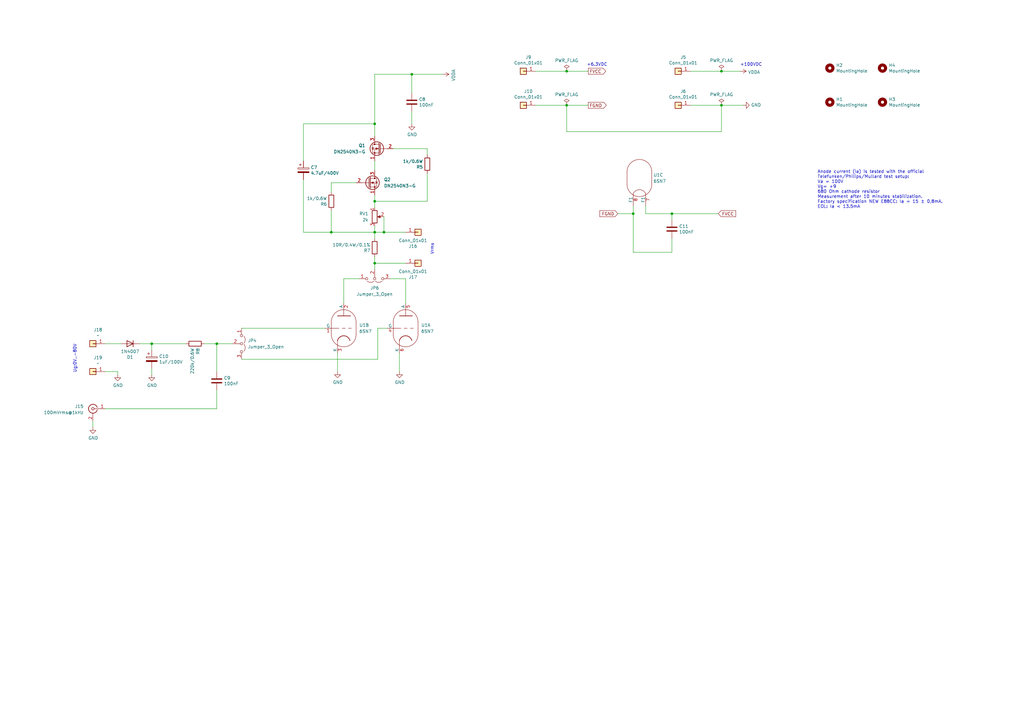
<source format=kicad_sch>
(kicad_sch (version 20231120) (generator "eeschema") (generator_version "8.0")
  (paper "A3")
  (title_block (title "GM Test Setup 6SN7") (date "2024-08-07") (rev "V1"))
  (lib_symbols
    (symbol "Connector:Conn_Coaxial" (pin_names (offset 1.016) hide)
      (property "Reference" "J" (at 0.254 3.048 0))
      (property "Value" "Conn_Coaxial" (at 2.921 0 90))
      (symbol "Conn_Coaxial_0_1"
        (arc (start -1.778 -0.508) (mid 0.2311 -1.8066) (end 1.778 0) (stroke (width 0.254)))
        (polyline (pts (xy -2.54 0) (xy -0.508 0)))
        (polyline (pts (xy 0 -2.54) (xy 0 -1.778)))
        (circle (center 0 0) (radius 0.508) (stroke (width 0.2032)))
        (arc (start 1.778 0) (mid 0.2099 1.8101) (end -1.778 0.508) (stroke (width 0.254)))
      )
      (symbol "Conn_Coaxial_1_1"
        (pin passive line (at -5.08 0 0) (length 2.54) (name "In") (number "1"))
        (pin passive line (at 0 -5.08 90) (length 2.54) (name "Ext") (number "2"))
      )
    )
    (symbol "Connector_Generic:Conn_01x01" (pin_names (offset 1.016) hide)
      (property "Reference" "J" (at 0 2.54 0))
      (property "Value" "Conn_01x01" (at 0 -2.54 0))
      (symbol "Conn_01x01_1_1"
        (rectangle (start -1.27 0.127) (end 0 -0.127) (stroke (width 0.1524)))
        (rectangle (start -1.27 1.27) (end 1.27 -1.27) (stroke (width 0.254)) (fill (type background)))
        (pin passive line (at -5.08 0 0) (length 3.81) (name "Pin_1") (number "1"))
      )
    )
    (symbol "Device:C" (pin_numbers hide) (pin_names (offset 0.254))
      (property "Reference" "C" (at 0.635 2.54 0))
      (property "Value" "C" (at 0.635 -2.54 0))
      (symbol "C_0_1"
        (polyline (pts (xy -2.032 -0.762) (xy 2.032 -0.762)) (stroke (width 0.508)))
        (polyline (pts (xy -2.032 0.762) (xy 2.032 0.762)) (stroke (width 0.508)))
      )
      (symbol "C_1_1"
        (pin passive line (at 0 3.81 270) (length 2.794) (name "~") (number "1"))
        (pin passive line (at 0 -3.81 90) (length 2.794) (name "~") (number "2"))
      )
    )
    (symbol "Device:C_Polarized" (pin_numbers hide) (pin_names (offset 0.254))
      (property "Reference" "C" (at 0.635 2.54 0))
      (property "Value" "C_Polarized" (at 0.635 -2.54 0))
      (symbol "C_Polarized_0_1"
        (rectangle (start -2.286 0.508) (end 2.286 1.016))
        (polyline (pts (xy -1.778 2.286) (xy -0.762 2.286)))
        (polyline (pts (xy -1.27 2.794) (xy -1.27 1.778)))
        (rectangle (start 2.286 -0.508) (end -2.286 -1.016) (fill (type outline)))
      )
      (symbol "C_Polarized_1_1"
        (pin passive line (at 0 3.81 270) (length 2.794) (name "~") (number "1"))
        (pin passive line (at 0 -3.81 90) (length 2.794) (name "~") (number "2"))
      )
    )
    (symbol "Device:R" (pin_numbers hide) (pin_names (offset 0))
      (property "Reference" "R" (at 2.032 0 90))
      (property "Value" "R" (at 0 0 90))
      (symbol "R_0_1"
        (rectangle (start -1.016 -2.54) (end 1.016 2.54) (stroke (width 0.254)))
      )
      (symbol "R_1_1"
        (pin passive line (at 0 3.81 270) (length 1.27) (name "~") (number "1"))
        (pin passive line (at 0 -3.81 90) (length 1.27) (name "~") (number "2"))
      )
    )
    (symbol "Device:R_Potentiometer" (pin_names (offset 1.016) hide)
      (property "Reference" "RV" (at -4.445 0 90))
      (property "Value" "R_Potentiometer" (at -2.54 0 90))
      (symbol "R_Potentiometer_0_1"
        (polyline (pts (xy 2.54 0) (xy 1.524 0)))
        (polyline (pts (xy 1.143 0) (xy 2.286 0.508) (xy 2.286 -0.508) (xy 1.143 0)) (fill (type outline)))
        (rectangle (start 1.016 2.54) (end -1.016 -2.54) (stroke (width 0.254)))
      )
      (symbol "R_Potentiometer_1_1"
        (pin passive line (at 0 3.81 270) (length 1.27) (name "1") (number "1"))
        (pin passive line (at 3.81 0 180) (length 1.27) (name "2") (number "2"))
        (pin passive line (at 0 -3.81 90) (length 1.27) (name "3") (number "3"))
      )
    )
    (symbol "Diode:1N4007" (pin_numbers hide) (pin_names hide)
      (property "Reference" "D" (at 0 2.54 0))
      (property "Value" "1N4007" (at 0 -2.54 0))
      (symbol "1N4007_0_1"
        (polyline (pts (xy -1.27 1.27) (xy -1.27 -1.27)) (stroke (width 0.254)))
        (polyline (pts (xy 1.27 0) (xy -1.27 0)))
        (polyline (pts (xy 1.27 1.27) (xy 1.27 -1.27) (xy -1.27 0) (xy 1.27 1.27)) (stroke (width 0.254)))
      )
      (symbol "1N4007_1_1"
        (pin passive line (at -3.81 0 0) (length 2.54) (name "K") (number "1"))
        (pin passive line (at 3.81 0 180) (length 2.54) (name "A") (number "2"))
      )
    )
    (symbol "Jumper:Jumper_3_Open" (pin_names (offset 0) hide) (exclude_from_sim yes) (in_bom no)
      (property "Reference" "JP" (at -2.54 -2.54 0))
      (property "Value" "Jumper_3_Open" (at 0 2.794 0))
      (symbol "Jumper_3_Open_0_0"
        (circle (center -3.302 0) (radius 0.508))
        (circle (center 0 0) (radius 0.508))
        (circle (center 3.302 0) (radius 0.508))
      )
      (symbol "Jumper_3_Open_0_1"
        (arc (start -0.254 1.016) (mid -1.651 1.4992) (end -3.048 1.016))
        (polyline (pts (xy 0 -0.508) (xy 0 -1.27)))
        (arc (start 3.048 1.016) (mid 1.651 1.4992) (end 0.254 1.016))
      )
      (symbol "Jumper_3_Open_1_1"
        (pin passive line (at -6.35 0 0) (length 2.54) (name "A") (number "1"))
        (pin passive line (at 0 -3.81 90) (length 2.54) (name "C") (number "2"))
        (pin passive line (at 6.35 0 180) (length 2.54) (name "B") (number "3"))
      )
    )
    (symbol "Mechanical:MountingHole" (pin_names (offset 1.016))
      (property "Reference" "H" (at 0 5.08 0))
      (property "Value" "MountingHole" (at 0 3.175 0))
      (symbol "MountingHole_0_1"
        (circle (center 0 0) (radius 1.27) (stroke (width 1.27)))
      )
    )
    (symbol "Transistor_FET_Other:DN2540N3-G" (pin_names (offset 0) hide)
      (property "Reference" "Q" (at 5.08 1.905 0))
      (property "Value" "DN2540N3-G" (at 5.08 0 0))
      (symbol "DN2540N3-G_0_1"
        (polyline (pts (xy 0.254 0) (xy -2.54 0)))
        (polyline (pts (xy 0.254 1.905) (xy 0.254 -1.905)) (stroke (width 0.254)))
        (polyline (pts (xy 0.762 2.286) (xy 0.762 -2.286)) (stroke (width 0.254)))
        (polyline (pts (xy 2.54 2.54) (xy 2.54 1.778)))
        (polyline (pts (xy 2.54 -2.54) (xy 2.54 0) (xy 0.762 0)))
        (polyline (pts (xy 0.762 -1.778) (xy 3.302 -1.778) (xy 3.302 1.778) (xy 0.762 1.778)))
        (polyline (pts (xy 1.016 0) (xy 2.032 0.381) (xy 2.032 -0.381) (xy 1.016 0)) (fill (type outline)))
        (polyline (pts (xy 2.794 0.508) (xy 2.921 0.381) (xy 3.683 0.381) (xy 3.81 0.254)))
        (polyline (pts (xy 3.302 0.381) (xy 2.921 -0.254) (xy 3.683 -0.254) (xy 3.302 0.381)))
        (circle (center 1.651 0) (radius 2.794) (stroke (width 0.254)))
        (circle (center 2.54 -1.778) (radius 0.254) (fill (type outline)))
        (circle (center 2.54 1.778) (radius 0.254) (fill (type outline)))
      )
      (symbol "DN2540N3-G_1_1"
        (pin passive line (at 2.54 -5.08 90) (length 2.54) (name "S") (number "1"))
        (pin input line (at -5.08 0 0) (length 2.54) (name "G") (number "2"))
        (pin passive line (at 2.54 5.08 270) (length 2.54) (name "D") (number "3"))
      )
    )
    (symbol "kicad-snk:6SN7" (pin_names (offset 0))
      (property "Reference" "U" (at 3.302 7.874 0))
      (property "Value" "6SN7" (at 8.89 -7.62 0))
      (symbol "6SN7_0_1"
        (arc (start -5.08 -2.54) (mid 0 -7.5979) (end 5.08 -2.54))
        (polyline (pts (xy 5.08 2.54) (xy 5.08 -2.54)))
        (polyline (pts (xy -5.08 2.54) (xy -5.08 -2.54) (xy -5.08 -2.54)))
        (arc (start 5.08 2.54) (mid 0 7.5979) (end -5.08 2.54))
      )
      (symbol "6SN7_1_0"
        (polyline (pts (xy -2.54 -5.08) (xy -2.54 -7.62)))
        (polyline (pts (xy 0 5.08) (xy 0 7.62)))
      )
      (symbol "6SN7_1_1"
        (polyline (pts (xy -5.08 0) (xy -3.175 0)))
        (polyline (pts (xy -1.905 0) (xy -3.175 0)) (stroke (width 0.1524)))
        (polyline (pts (xy -0.635 0) (xy 0.635 0)) (stroke (width 0.1524)))
        (polyline (pts (xy 1.905 0) (xy 3.175 0)) (stroke (width 0.1524)))
        (polyline (pts (xy -2.54 5.08) (xy 2.794 5.08) (xy 2.794 5.08)) (stroke (width 0.254)))
        (arc (start 2.54 -5.08) (mid 0 -3.0968) (end -2.54 -5.08) (stroke (width 0.254)))
        (pin input line (at -7.62 0 0) (length 2.54) (name "G") (number "4"))
        (pin output line (at 0 10.16 270) (length 2.54) (name "A") (number "5"))
        (pin bidirectional line (at -2.54 -10.16 90) (length 2.54) (name "K") (number "6"))
      )
      (symbol "6SN7_2_0"
        (polyline (pts (xy -2.54 -5.08) (xy -2.54 -7.62)))
        (polyline (pts (xy 0 5.08) (xy 0 7.62)))
      )
      (symbol "6SN7_2_1"
        (polyline (pts (xy -5.08 0) (xy -3.175 0)))
        (polyline (pts (xy -1.905 0) (xy -3.175 0)) (stroke (width 0.1524)))
        (polyline (pts (xy -0.635 0) (xy 0.635 0)) (stroke (width 0.1524)))
        (polyline (pts (xy 1.905 0) (xy 3.175 0)) (stroke (width 0.1524)))
        (polyline (pts (xy -2.54 5.08) (xy 2.794 5.08) (xy 2.794 5.08)) (stroke (width 0.254)))
        (arc (start 2.54 -5.08) (mid 0 -3.0968) (end -2.54 -5.08) (stroke (width 0.254)))
        (pin input line (at -7.62 0 0) (length 2.54) (name "G") (number "1"))
        (pin output line (at 0 10.16 270) (length 2.54) (name "A") (number "2"))
        (pin bidirectional line (at -2.54 -10.16 90) (length 2.54) (name "K") (number "3"))
      )
      (symbol "6SN7_3_1"
        (arc (start 2.54 -6.35) (mid 0 -4.7847) (end -2.54 -6.35))
        (pin power_in line (at 2.54 -11.43 90) (length 5.08) (name "F1") (number "7"))
        (pin power_in line (at -2.54 -11.43 90) (length 5.08) (name "F1") (number "8"))
      )
    )
    (symbol "power:GND" (power) (pin_names (offset 0))
      (property "Value" "GND" (at 0 -3.81 0))
      (symbol "GND_0_1"
        (polyline (pts (xy 0 0) (xy 0 -1.27) (xy 1.27 -1.27) (xy 0 -2.54) (xy -1.27 -1.27) (xy 0 -1.27)))
      )
      (symbol "GND_1_1"
        (pin power_in line (at 0 0 270) (length 0) hide (name "GND") (number "1"))
      )
    )
    (symbol "power:PWR_FLAG" (power) (pin_numbers hide) (pin_names (offset 0) hide)
      (property "Value" "PWR_FLAG" (at 0 3.81 0))
      (symbol "PWR_FLAG_0_0"
        (pin power_out line (at 0 0 90) (length 0) (name "pwr") (number "1"))
      )
      (symbol "PWR_FLAG_0_1"
        (polyline (pts (xy 0 0) (xy 0 1.27) (xy -1.016 1.905) (xy 0 2.54) (xy 1.016 1.905) (xy 0 1.27)))
      )
    )
    (symbol "power:VDDA" (power) (pin_names (offset 0))
      (property "Value" "VDDA" (at 0 3.81 0))
      (symbol "VDDA_0_1"
        (polyline (pts (xy -0.762 1.27) (xy 0 2.54)))
        (polyline (pts (xy 0 0) (xy 0 2.54)))
        (polyline (pts (xy 0 2.54) (xy 0.762 1.27)))
      )
      (symbol "VDDA_1_1"
        (pin power_in line (at 0 0 90) (length 0) hide (name "VDDA") (number "1"))
      )
    )
  )
  (junction (at 153.67 95.25))
  (junction (at 62.23 140.97))
  (junction (at 259.715 87.63))
  (junction (at 295.91 43.18))
  (junction (at 275.59 87.63))
  (junction (at 232.41 43.18))
  (junction (at 295.91 29.21))
  (junction (at 88.9 140.97))
  (junction (at 153.67 50.8))
  (junction (at 153.67 82.55))
  (junction (at 168.91 30.48))
  (junction (at 232.41 29.21))
  (junction (at 153.67 107.95))
  (junction (at 135.89 95.25))
  (junction (at 157.48 95.25))
  (wire (pts (xy 160.02 114.3) (xy 166.37 114.3)))
  (wire (pts (xy 232.41 53.975) (xy 232.41 43.18)))
  (wire (pts (xy 232.41 53.975) (xy 295.91 53.975)))
  (wire (pts (xy 158.75 134.62) (xy 154.94 134.62)))
  (wire (pts (xy 124.46 50.8) (xy 124.46 66.04)))
  (wire (pts (xy 153.67 80.01) (xy 153.67 82.55)))
  (wire (pts (xy 153.67 50.8) (xy 153.67 30.48)))
  (wire (pts (xy 153.67 66.04) (xy 153.67 69.85)))
  (wire (pts (xy 153.67 107.95) (xy 153.67 110.49)))
  (wire (pts (xy 168.91 38.1) (xy 168.91 30.48)))
  (wire (pts (xy 153.67 82.55) (xy 175.26 82.55)))
  (wire (pts (xy 275.59 97.79) (xy 275.59 103.505)))
  (wire (pts (xy 48.26 152.4) (xy 48.26 153.67)))
  (wire (pts (xy 99.06 134.62) (xy 133.35 134.62)))
  (wire (pts (xy 138.43 144.78) (xy 138.43 152.4)))
  (wire (pts (xy 168.91 30.48) (xy 181.61 30.48)))
  (wire (pts (xy -133.35 114.3) (xy -116.84 114.3)))
  (wire (pts (xy 43.18 140.97) (xy 49.53 140.97)))
  (wire (pts (xy 275.59 87.63) (xy 294.64 87.63)))
  (wire (pts (xy 135.89 95.25) (xy 135.89 86.36)))
  (wire (pts (xy 219.71 43.18) (xy 232.41 43.18)))
  (wire (pts (xy 38.1 172.72) (xy 38.1 175.26)))
  (wire (pts (xy 259.715 87.63) (xy 259.715 103.505)))
  (wire (pts (xy 295.91 29.21) (xy 283.21 29.21)))
  (wire (pts (xy 83.82 140.97) (xy 88.9 140.97)))
  (wire (pts (xy 140.97 114.3) (xy 140.97 124.46)))
  (wire (pts (xy 303.53 29.21) (xy 295.91 29.21)))
  (wire (pts (xy 57.15 140.97) (xy 62.23 140.97)))
  (wire (pts (xy 275.59 87.63) (xy 275.59 90.17)))
  (wire (pts (xy 153.67 55.88) (xy 153.67 50.8)))
  (wire (pts (xy 153.67 30.48) (xy 168.91 30.48)))
  (wire (pts (xy 88.9 140.97) (xy 88.9 152.4)))
  (wire (pts (xy 264.795 87.63) (xy 264.795 84.455)))
  (wire (pts (xy 62.23 140.97) (xy 62.23 143.51)))
  (wire (pts (xy 135.89 74.93) (xy 146.05 74.93)))
  (wire (pts (xy 153.67 105.41) (xy 153.67 107.95)))
  (wire (pts (xy 157.48 95.25) (xy 166.37 95.25)))
  (wire (pts (xy 153.67 92.71) (xy 153.67 95.25)))
  (wire (pts (xy -111.76 124.46) (xy -111.76 147.32)))
  (wire (pts (xy 153.67 95.25) (xy 157.48 95.25)))
  (wire (pts (xy 283.21 43.18) (xy 295.91 43.18)))
  (wire (pts (xy 232.41 29.21) (xy 241.3 29.21)))
  (wire (pts (xy 62.23 151.13) (xy 62.23 153.67)))
  (wire (pts (xy 163.83 144.78) (xy 163.83 152.4)))
  (wire (pts (xy 295.91 43.18) (xy 304.8 43.18)))
  (wire (pts (xy 175.26 82.55) (xy 175.26 71.12)))
  (wire (pts (xy 124.46 95.25) (xy 124.46 73.66)))
  (wire (pts (xy 88.9 140.97) (xy 95.25 140.97)))
  (wire (pts (xy 259.715 103.505) (xy 275.59 103.505)))
  (wire (pts (xy 264.795 87.63) (xy 275.59 87.63)))
  (wire (pts (xy 168.91 50.8) (xy 168.91 45.72)))
  (wire (pts (xy 48.26 152.4) (xy 43.18 152.4)))
  (wire (pts (xy 232.41 29.21) (xy 219.71 29.21)))
  (wire (pts (xy 135.89 95.25) (xy 124.46 95.25)))
  (wire (pts (xy 232.41 43.18) (xy 241.3 43.18)))
  (wire (pts (xy 259.715 87.63) (xy 259.715 84.455)))
  (wire (pts (xy 161.29 60.96) (xy 175.26 60.96)))
  (wire (pts (xy 295.91 53.975) (xy 295.91 43.18)))
  (wire (pts (xy 99.06 147.32) (xy 154.94 147.32)))
  (wire (pts (xy 76.2 140.97) (xy 62.23 140.97)))
  (wire (pts (xy 88.9 167.64) (xy 88.9 160.02)))
  (wire (pts (xy 147.32 114.3) (xy 140.97 114.3)))
  (wire (pts (xy 166.37 114.3) (xy 166.37 124.46)))
  (wire (pts (xy 135.89 78.74) (xy 135.89 74.93)))
  (wire (pts (xy 153.67 107.95) (xy 166.37 107.95)))
  (wire (pts (xy 253.365 87.63) (xy 259.715 87.63)))
  (wire (pts (xy 154.94 147.32) (xy 154.94 134.62)))
  (wire (pts (xy 175.26 60.96) (xy 175.26 63.5)))
  (wire (pts (xy 153.67 95.25) (xy 153.67 97.79)))
  (wire (pts (xy -109.22 98.425) (xy -109.22 104.14)))
  (wire (pts (xy 43.18 167.64) (xy 88.9 167.64)))
  (wire (pts (xy 157.48 88.9) (xy 157.48 95.25)))
  (wire (pts (xy 153.67 95.25) (xy 135.89 95.25)))
  (wire (pts (xy 153.67 50.8) (xy 124.46 50.8)))
  (wire (pts (xy 153.67 82.55) (xy 153.67 85.09)))
  (text "+6.3VDC" (at 240.665 27.305 0) (effects (font (size 1.27 1.27)) (justify left bottom)))
  (text "Anode current (Ia) is tested with the official\nTelefunken/Philips/Mullard test setup: \nVa = 100V\nVg= +9\n680 Ohm cathode resistor\nMeasurement after 10 minutes stabilization. \nFactory specification NEW E88CC: Ia = 15 ± 0,8mA.\nEOL: Ia < 13.5mA\n\n" (at 335.28 87.63 0) (effects (font (size 1.27 1.27)) (justify left bottom)))
  (text "+100VDC" (at 303.53 27.305 0) (effects (font (size 1.27 1.27)) (justify left bottom)))
  (text "Vrms" (at 177.292 102.108 90) (effects (font (size 1.27 1.27))))
  (text "Ug:0V..-80V" (at 30.734 147.066 90) (effects (font (size 1.27 1.27))))
  (global_label "FGND" (shape output) (at 241.3 43.18 0) (property "Intersheetrefs" "${INTERSHEET_REFS}" (effects (hide yes))))
  (global_label "FVCC" (shape output) (at 241.3 29.21 0) (property "Intersheetrefs" "${INTERSHEET_REFS}" (effects (hide yes))))
  (global_label "FGND" (shape input) (at 253.365 87.63 180) (property "Intersheetrefs" "${INTERSHEET_REFS}" (effects (hide yes))))
  (global_label "FVCC" (shape input) (at 294.64 87.63 0) (property "Intersheetrefs" "${INTERSHEET_REFS}" (effects (hide yes))))
  (symbol (lib_id "Connector_Generic:Conn_01x01") (at 278.13 29.21 180) (unit 1)
    (property "Reference" "J5" (at 280.2128 23.495 0))
    (property "Value" "Conn_01x01" (at 280.2128 25.8064 0))
    (property "Footprint" "Connector_Pin:Pin_D1.3mm_L11.0mm" (effects (hide yes)))
  )
  (symbol (lib_id "Connector_Generic:Conn_01x01") (at 278.13 43.18 180) (unit 1)
    (property "Reference" "J6" (at 280.2128 37.465 0))
    (property "Value" "Conn_01x01" (at 280.2128 39.7764 0))
    (property "Footprint" "Connector_Pin:Pin_D1.3mm_L11.0mm" (effects (hide yes)))
  )
  (symbol (lib_id "Mechanical:MountingHole") (at 340.36 27.94 0) (unit 1)
    (property "Reference" "H2" (at 342.9 26.7716 0) (effects (justify left)))
    (property "Value" "MountingHole" (at 342.9 29.083 0) (effects (justify left)))
    (property "Footprint" "MountingHole:MountingHole_3.2mm_M3_Pad_Via" (effects (hide yes)))
  )
  (symbol (lib_id "Mechanical:MountingHole") (at 361.95 27.94 0) (unit 1)
    (property "Reference" "H4" (at 364.49 26.7716 0) (effects (justify left)))
    (property "Value" "MountingHole" (at 364.49 29.083 0) (effects (justify left)))
    (property "Footprint" "MountingHole:MountingHole_3.2mm_M3_Pad_Via" (effects (hide yes)))
  )
  (symbol (lib_id "Mechanical:MountingHole") (at 340.36 41.91 0) (unit 1)
    (property "Reference" "H1" (at 342.9 40.7416 0) (effects (justify left)))
    (property "Value" "MountingHole" (at 342.9 43.053 0) (effects (justify left)))
    (property "Footprint" "MountingHole:MountingHole_3.2mm_M3_Pad_Via" (effects (hide yes)))
  )
  (symbol (lib_id "Mechanical:MountingHole") (at 361.95 41.91 0) (unit 1)
    (property "Reference" "H3" (at 364.49 40.7416 0) (effects (justify left)))
    (property "Value" "MountingHole" (at 364.49 43.053 0) (effects (justify left)))
    (property "Footprint" "MountingHole:MountingHole_3.2mm_M3_Pad_Via" (effects (hide yes)))
  )
  (symbol (lib_id "power:PWR_FLAG") (at 295.91 29.21 0) (unit 1)
    (property "Reference" "#FLG04" (effects (hide yes)))
    (property "Value" "PWR_FLAG" (at 295.91 24.8158 0))
  )
  (symbol (lib_id "power:GND") (at 304.8 43.18 90) (unit 1)
    (property "Reference" "#PWR05" (effects (hide yes)))
    (property "Value" "GND" (at 308.0512 43.053 90) (effects (justify right)))
  )
  (symbol (lib_id "power:PWR_FLAG") (at 295.91 43.18 0) (unit 1)
    (property "Reference" "#FLG03" (effects (hide yes)))
    (property "Value" "PWR_FLAG" (at 295.91 38.7858 0))
  )
  (symbol (lib_id "power:VDDA") (at 303.53 29.21 270) (unit 1)
    (property "Reference" "#PWR07" (effects (hide yes)))
    (property "Value" "VDDA" (at 306.7812 29.591 90) (effects (justify left)))
  )
  (symbol (lib_id "Connector_Generic:Conn_01x01") (at 214.63 29.21 180) (unit 1)
    (property "Reference" "J9" (at 216.7128 23.495 0))
    (property "Value" "Conn_01x01" (at 216.7128 25.8064 0))
    (property "Footprint" "Connector_Pin:Pin_D1.3mm_L11.0mm" (effects (hide yes)))
  )
  (symbol (lib_id "Connector_Generic:Conn_01x01") (at 214.63 43.18 180) (unit 1)
    (property "Reference" "J10" (at 216.7128 37.465 0))
    (property "Value" "Conn_01x01" (at 216.7128 39.7764 0))
    (property "Footprint" "Connector_Pin:Pin_D1.3mm_L11.0mm" (effects (hide yes)))
  )
  (symbol (lib_id "power:PWR_FLAG") (at 232.41 29.21 0) (unit 1)
    (property "Reference" "#FLG01" (effects (hide yes)))
    (property "Value" "PWR_FLAG" (at 232.41 24.8158 0))
  )
  (symbol (lib_id "power:PWR_FLAG") (at 232.41 43.18 0) (unit 1)
    (property "Reference" "#FLG02" (effects (hide yes)))
    (property "Value" "PWR_FLAG" (at 232.41 38.7858 0))
  )
  (symbol (lib_id "Device:C") (at 275.59 93.98 0) (unit 1)
    (property "Reference" "C11" (at 278.511 92.8116 0) (effects (justify left)))
    (property "Value" "100nF" (at 278.511 95.123 0) (effects (justify left)))
    (property "Footprint" "Capacitor_THT:C_Rect_L7.2mm_W2.5mm_P5.00mm_FKS2_FKP2_MKS2_MKP2" (effects (hide yes)))
  )
  (symbol (lib_id "Device:C_Polarized") (at 124.46 69.85 0) (unit 1)
    (property "Reference" "C7" (at 127.4572 68.6816 0) (effects (justify left)))
    (property "Value" "4.7uF/400V" (at 127.4572 70.993 0) (effects (justify left)))
    (property "Footprint" "Capacitor_THT:CP_Radial_D10.0mm_P5.00mm" (effects (hide yes)))
  )
  (symbol (lib_id "kicad-snk:6SN7") (at 140.97 134.62 0) (unit 2)
    (property "Reference" "U1" (at 147.32 133.3499 0) (effects (justify left)))
    (property "Value" "6SN7" (at 147.32 135.8899 0) (effects (justify left)))
    (property "Footprint" "kicad-snk:TubeOctal" (effects (hide yes)))
    (property "Datasheet" "https://frank.pocnet.net/sheets/049/6/6SN7GTA.pdf" (effects (hide yes)))
    (property "Description" "double triode" (effects (hide yes)))
  )
  (symbol (lib_id "power:GND") (at 163.83 152.4 0) (unit 1)
    (property "Reference" "#PWR02" (effects (hide yes)))
    (property "Value" "GND" (at 163.957 156.7942 0))
  )
  (symbol (lib_id "Connector_Generic:Conn_01x01") (at 171.45 95.25 0) (unit 1)
    (property "Reference" "J16" (at 169.3672 100.965 0))
    (property "Value" "Conn_01x01" (at 169.3672 98.6536 0))
    (property "Footprint" "Connector_Pin:Pin_D1.0mm_L10.0mm" (effects (hide yes)))
  )
  (symbol (lib_id "kicad-snk:6SN7") (at 166.37 134.62 0) (unit 1)
    (property "Reference" "U1" (at 172.72 133.3499 0) (effects (justify left)))
    (property "Value" "6SN7" (at 172.72 135.8899 0) (effects (justify left)))
    (property "Footprint" "kicad-snk:TubeOctal" (effects (hide yes)))
    (property "Datasheet" "https://frank.pocnet.net/sheets/049/6/6SN7GTA.pdf" (effects (hide yes)))
    (property "Description" "double triode" (effects (hide yes)))
  )
  (symbol (lib_id "Device:R") (at 135.89 82.55 180) (unit 1)
    (property "Reference" "R6" (at 134.112 83.7184 0) (effects (justify left)))
    (property "Value" "1k/0.6W" (at 134.112 81.407 0) (effects (justify left)))
    (property "Footprint" "Resistor_THT:R_Axial_DIN0207_L6.3mm_D2.5mm_P10.16mm_Horizontal" (effects (hide yes)))
  )
  (symbol (lib_id "Connector_Generic:Conn_01x01") (at 38.1 152.4 180) (unit 1)
    (property "Reference" "J19" (at 40.1828 146.685 0))
    (property "Value" "~" (at 40.1828 148.9964 0))
    (property "Footprint" "Connector_Pin:Pin_D1.0mm_L10.0mm" (effects (hide yes)))
  )
  (symbol (lib_id "Connector:Conn_Coaxial") (at 38.1 167.64 0) (mirror y) (unit 1)
    (property "Reference" "J15" (at 34.29 166.6631 0) (effects (justify left)))
    (property "Value" "100mVrms@1kHz" (at 34.29 169.2031 0) (effects (justify left)))
    (property "Footprint" "kicad-snk:RCA-Phono_CUI-Devices_RCJ-02X_Vertical" (effects (hide yes)))
    (property "Description" "coaxial connector (BNC, SMA, SMB, SMC, Cinch/RCA, LEMO, ...)" (effects (hide yes)))
  )
  (symbol (lib_id "power:GND") (at 38.1 175.26 0) (unit 1)
    (property "Reference" "#PWR014" (effects (hide yes)))
    (property "Value" "GND" (at 38.227 179.6542 0))
  )
  (symbol (lib_id "Transistor_FET_Other:DN2540N3-G") (at 151.13 74.93 0) (unit 1)
    (property "Reference" "Q2" (at 157.48 73.6599 0) (effects (justify left)))
    (property "Value" "DN2540N3-G" (at 157.48 76.1999 0) (effects (justify left)))
    (property "Footprint" "Package_TO_SOT_THT:TO-92_Inline" (effects (hide yes)))
    (property "Datasheet" "https://ww1.microchip.com/downloads/en/DeviceDoc/DN2540%20B060313.pdf" (effects (hide yes)))
    (property "Description" "150mA Ids, 400 Vds, Depletion-mode N-channel MOSFET, TO-92" (effects (hide yes)))
  )
  (symbol (lib_id "power:VDDA") (at 181.61 30.48 270) (unit 1)
    (property "Reference" "#PWR010" (effects (hide yes)))
    (property "Value" "VDDA" (at 186.0042 30.861 0))
  )
  (symbol (lib_id "Device:C") (at 168.91 41.91 0) (unit 1)
    (property "Reference" "C8" (at 171.831 40.7416 0) (effects (justify left)))
    (property "Value" "100nF" (at 171.831 43.053 0) (effects (justify left)))
    (property "Footprint" "Capacitor_THT:C_Rect_L16.5mm_W5.0mm_P15.00mm_MKT" (effects (hide yes)))
  )
  (symbol (lib_id "kicad-snk:6SN7") (at 262.255 73.025 0) (unit 3)
    (property "Reference" "U1" (at 267.97 71.7549 0) (effects (justify left)))
    (property "Value" "6SN7" (at 267.97 74.2949 0) (effects (justify left)))
    (property "Footprint" "kicad-snk:TubeOctal" (effects (hide yes)))
    (property "Datasheet" "https://frank.pocnet.net/sheets/049/6/6SN7GTA.pdf" (effects (hide yes)))
    (property "Description" "double triode" (effects (hide yes)))
  )
  (symbol (lib_id "Connector_Generic:Conn_01x01") (at 38.1 140.97 180) (unit 1)
    (property "Reference" "J18" (at 40.1828 135.255 0))
    (property "Value" "~" (at 40.1828 137.5664 0))
    (property "Footprint" "Connector_Pin:Pin_D1.0mm_L10.0mm" (effects (hide yes)))
  )
  (symbol (lib_id "Jumper:Jumper_3_Open") (at 99.06 140.97 270) (unit 1) (exclude_from_sim yes) (in_bom no)
    (property "Reference" "JP4" (at 101.6 139.6999 90) (effects (justify left)))
    (property "Value" "Jumper_3_Open" (at 101.6 142.2399 90) (effects (justify left)))
    (property "Footprint" "Connector_PinHeader_2.54mm:PinHeader_1x03_P2.54mm_Vertical" (effects (hide yes)))
    (property "Description" "Jumper, 3-pole, both open" (effects (hide yes)))
  )
  (symbol (lib_id "Device:R") (at 175.26 67.31 180) (unit 1)
    (property "Reference" "R5" (at 173.482 68.4784 0) (effects (justify left)))
    (property "Value" "1k/0.6W" (at 173.482 66.167 0) (effects (justify left)))
    (property "Footprint" "Resistor_THT:R_Axial_DIN0207_L6.3mm_D2.5mm_P10.16mm_Horizontal" (effects (hide yes)))
  )
  (symbol (lib_id "Transistor_FET_Other:DN2540N3-G") (at 156.21 60.96 0) (mirror y) (unit 1)
    (property "Reference" "Q1" (at 149.86 59.6899 0) (effects (justify left)))
    (property "Value" "DN2540N3-G" (at 149.86 62.2299 0) (effects (justify left)))
    (property "Footprint" "Package_TO_SOT_THT:TO-92_Inline" (effects (hide yes)))
    (property "Datasheet" "https://ww1.microchip.com/downloads/en/DeviceDoc/DN2540%20B060313.pdf" (effects (hide yes)))
    (property "Description" "150mA Ids, 400 Vds, Depletion-mode N-channel MOSFET, TO-92" (effects (hide yes)))
  )
  (symbol (lib_id "power:GND") (at 138.43 152.4 0) (unit 1)
    (property "Reference" "#PWR01" (effects (hide yes)))
    (property "Value" "GND" (at 138.557 156.7942 0))
  )
  (symbol (lib_id "Device:R") (at 153.67 101.6 180) (unit 1)
    (property "Reference" "R7" (at 151.892 102.7684 0) (effects (justify left)))
    (property "Value" "10R/0.4W/0.1%" (at 151.892 100.457 0) (effects (justify left)))
    (property "Footprint" "Resistor_THT:R_Axial_DIN0207_L6.3mm_D2.5mm_P10.16mm_Horizontal" (effects (hide yes)))
  )
  (symbol (lib_id "Device:C") (at 88.9 156.21 0) (unit 1)
    (property "Reference" "C9" (at 91.821 155.0416 0) (effects (justify left)))
    (property "Value" "100nF" (at 91.821 157.353 0) (effects (justify left)))
    (property "Footprint" "Capacitor_THT:C_Rect_L7.2mm_W2.5mm_P5.00mm_FKS2_FKP2_MKS2_MKP2" (effects (hide yes)))
  )
  (symbol (lib_id "Device:R_Potentiometer") (at 153.67 88.9 0) (unit 1)
    (property "Reference" "RV1" (at 151.13 87.6299 0) (effects (justify right)))
    (property "Value" "2k" (at 151.13 90.1699 0) (effects (justify right)))
    (property "Footprint" "Potentiometer_THT:Potentiometer_Bourns_3296W_Vertical" (effects (hide yes)))
    (property "Description" "Potentiometer" (effects (hide yes)))
  )
  (symbol (lib_id "Device:R") (at 80.01 140.97 270) (unit 1)
    (property "Reference" "R8" (at 81.1784 142.748 0) (effects (justify left)))
    (property "Value" "220k/0.6W" (at 78.867 142.748 0) (effects (justify left)))
    (property "Footprint" "Resistor_THT:R_Axial_DIN0207_L6.3mm_D2.5mm_P10.16mm_Horizontal" (effects (hide yes)))
  )
  (symbol (lib_id "Jumper:Jumper_3_Open") (at 153.67 114.3 0) (mirror x) (unit 1) (exclude_from_sim yes) (in_bom no)
    (property "Reference" "JP6" (at 153.67 118.11 0))
    (property "Value" "Jumper_3_Open" (at 153.67 120.65 0))
    (property "Footprint" "Connector_PinHeader_2.54mm:PinHeader_1x03_P2.54mm_Vertical" (effects (hide yes)))
    (property "Description" "Jumper, 3-pole, both open" (effects (hide yes)))
  )
  (symbol (lib_id "Device:C_Polarized") (at 62.23 147.32 0) (unit 1)
    (property "Reference" "C10" (at 65.2272 146.1516 0) (effects (justify left)))
    (property "Value" "1uF/100V" (at 65.2272 148.463 0) (effects (justify left)))
    (property "Footprint" "Capacitor_THT:CP_Radial_D5.0mm_P2.00mm" (effects (hide yes)))
  )
  (symbol (lib_id "Connector_Generic:Conn_01x01") (at 171.45 107.95 0) (unit 1)
    (property "Reference" "J17" (at 169.3672 113.665 0))
    (property "Value" "Conn_01x01" (at 169.3672 111.3536 0))
    (property "Footprint" "Connector_Pin:Pin_D1.0mm_L10.0mm" (effects (hide yes)))
  )
  (symbol (lib_id "Diode:1N4007") (at 53.34 140.97 180) (unit 1)
    (property "Reference" "D1" (at 53.34 146.4818 0))
    (property "Value" "1N4007" (at 53.34 144.1704 0))
    (property "Footprint" "Diode_THT:D_DO-41_SOD81_P10.16mm_Horizontal" (effects (hide yes)))
    (property "Datasheet" "http://www.vishay.com/docs/88503/1n4001.pdf" (effects (hide yes)))
    (property "Description" "1000V 1A General Purpose Rectifier Diode, DO-41" (effects (hide yes)))
    (property "Sim.Device" "D" (effects (hide yes)))
    (property "Sim.Pins" "1=K 2=A" (effects (hide yes)))
  )
  (symbol (lib_id "power:GND") (at 168.91 50.8 0) (unit 1)
    (property "Reference" "#PWR09" (effects (hide yes)))
    (property "Value" "GND" (at 169.037 55.1942 0))
  )
  (symbol (lib_id "power:GND") (at 62.23 153.67 0) (unit 1)
    (property "Reference" "#PWR012" (effects (hide yes)))
    (property "Value" "GND" (at 62.357 158.0642 0))
  )
  (symbol (lib_id "power:GND") (at 48.26 153.67 0) (unit 1)
    (property "Reference" "#PWR015" (effects (hide yes)))
    (property "Value" "GND" (at 48.387 158.0642 0))
  )
)
</source>
